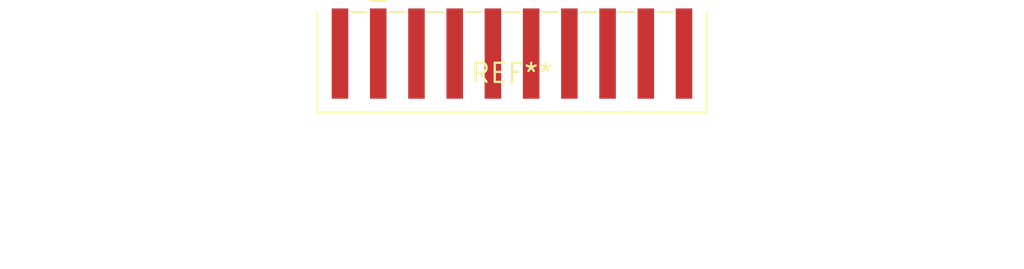
<source format=kicad_pcb>
(kicad_pcb (version 20240108) (generator pcbnew)
  (layers (0 "F.Cu" signal) (31 "B.Cu" signal) (34 "B.Paste" user) (35 "F.Paste" user) (36 "B.SilkS" user "B.Silkscreen") (37 "F.SilkS" user "F.Silkscreen") (38 "B.Mask" user) (39 "F.Mask" user) (44 "Edge.Cuts" user))
  (net 0 "")
  (footprint "Harting_har-flexicon_14110813010xxx_1x08-MP_P2.54mm_Horizontal" (layer "F.Cu") (at 0 0)
    (property "Reference" "REF**")
    (property "Value" "Harting_har-flexicon_14110813010xxx_1x08-MP_P2.54mm_Horizontal")
    (fp_line (start -12.925 -4.06) (end -12.925 2.61) (layer "F.SilkS") (stroke (width 0.12)))
    (fp_line (start -10.668 -4.06) (end -9.652 -4.06) (layer "F.SilkS") (stroke (width 0.12)))
    (fp_line (start -9.44 -4.8) (end -8.34 -4.8) (layer "F.SilkS") (stroke (width 0.12)))
    (fp_line (start -8.128 -4.06) (end -7.112 -4.06) (layer "F.SilkS") (stroke (width 0.12)))
    (fp_line (start -5.588 -4.06) (end -4.572 -4.06) (layer "F.SilkS") (stroke (width 0.12)))
    (fp_line (start -3.048 -4.06) (end -2.032 -4.06) (layer "F.SilkS") (stroke (width 0.12)))
    (fp_line (start -0.508 -4.06) (end 0.508 -4.06) (layer "F.SilkS") (stroke (width 0.12)))
    (fp_line (start 2.032 -4.06) (end 3.048 -4.06) (layer "F.SilkS") (stroke (width 0.12)))
    (fp_line (start 4.572 -4.06) (end 5.588 -4.06) (layer "F.SilkS") (stroke (width 0.12)))
    (fp_line (start 7.112 -4.06) (end 8.128 -4.06) (layer "F.SilkS") (stroke (width 0.12)))
    (fp_line (start 9.652 -4.06) (end 10.668 -4.06) (layer "F.SilkS") (stroke (width 0.12)))
    (fp_line (start 12.925 -4.06) (end 12.925 2.61) (layer "F.SilkS") (stroke (width 0.12)))
    (fp_line (start 12.925 2.61) (end -12.925 2.61) (layer "F.SilkS") (stroke (width 0.12)))
    (pad "1" smd rect (at -8.89 -1.3) (size 1.1 6) (layers "F.Cu" "F.Paste" "F.Mask"))
    (pad "2" smd rect (at -6.35 -1.3) (size 1.1 6) (layers "F.Cu" "F.Paste" "F.Mask"))
    (pad "3" smd rect (at -3.81 -1.3) (size 1.1 6) (layers "F.Cu" "F.Paste" "F.Mask"))
    (pad "4" smd rect (at -1.27 -1.3) (size 1.1 6) (layers "F.Cu" "F.Paste" "F.Mask"))
    (pad "5" smd rect (at 1.27 -1.3) (size 1.1 6) (layers "F.Cu" "F.Paste" "F.Mask"))
    (pad "6" smd rect (at 3.81 -1.3) (size 1.1 6) (layers "F.Cu" "F.Paste" "F.Mask"))
    (pad "7" smd rect (at 6.35 -1.3) (size 1.1 6) (layers "F.Cu" "F.Paste" "F.Mask"))
    (pad "8" smd rect (at 8.89 -1.3) (size 1.1 6) (layers "F.Cu" "F.Paste" "F.Mask"))
    (pad "MP" smd rect (at -11.43 -1.3) (size 1.1 6) (layers "F.Cu" "F.Paste" "F.Mask"))
    (pad "MP" smd rect (at 11.43 -1.3) (size 1.1 6) (layers "F.Cu" "F.Paste" "F.Mask"))
  )
)
</source>
